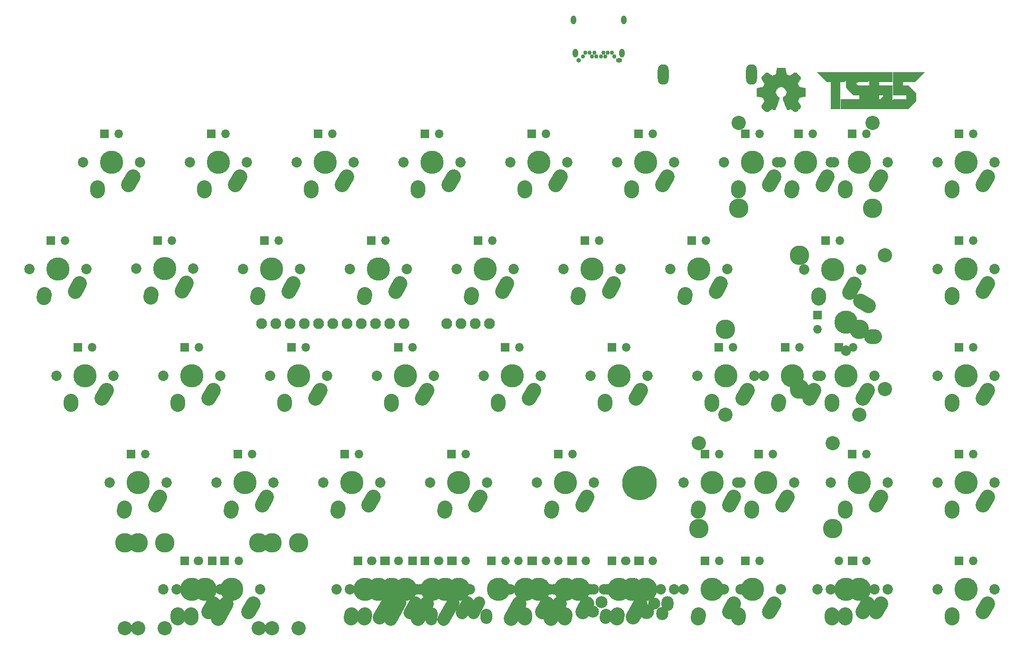
<source format=gbr>
G04 #@! TF.FileFunction,Soldermask,Top*
%FSLAX46Y46*%
G04 Gerber Fmt 4.6, Leading zero omitted, Abs format (unit mm)*
G04 Created by KiCad (PCBNEW 4.0.1-stable) date 2/1/2016 10:06:34 PM*
%MOMM*%
G01*
G04 APERTURE LIST*
%ADD10C,0.150000*%
%ADD11C,0.010000*%
%ADD12C,0.002540*%
%ADD13C,4.140210*%
%ADD14C,1.854210*%
%ADD15C,2.652400*%
%ADD16C,2.152400*%
%ADD17C,2.540000*%
%ADD18C,3.479800*%
%ADD19O,1.552400X1.552400*%
%ADD20R,1.552400X1.552400*%
%ADD21C,2.252400*%
%ADD22C,2.352400*%
%ADD23O,2.152400X2.652400*%
%ADD24O,2.152400X2.352400*%
%ADD25C,1.952400*%
%ADD26C,6.152400*%
%ADD27O,1.952400X3.652400*%
%ADD28O,0.952400X1.552400*%
%ADD29C,0.802400*%
%ADD30O,1.102400X0.802400*%
%ADD31C,0.752400*%
%ADD32C,2.152400*%
%ADD33C,2.652400*%
%ADD34C,2.452400*%
G04 APERTURE END LIST*
D10*
D11*
G36*
X169830320Y-30435360D02*
X167432560Y-30435360D01*
X167432560Y-31166880D01*
X169830320Y-31166880D01*
X169830320Y-32497840D01*
X169830378Y-32660521D01*
X169830547Y-32817499D01*
X169830822Y-32967585D01*
X169831194Y-33109589D01*
X169831657Y-33242325D01*
X169832204Y-33364602D01*
X169832828Y-33475233D01*
X169833522Y-33573030D01*
X169834279Y-33656804D01*
X169835092Y-33725366D01*
X169835955Y-33777528D01*
X169836860Y-33812102D01*
X169837800Y-33827899D01*
X169838086Y-33828800D01*
X169847397Y-33821938D01*
X169868568Y-33802868D01*
X169899202Y-33773856D01*
X169936900Y-33737174D01*
X169977639Y-33696720D01*
X170109426Y-33564640D01*
X172360160Y-33564640D01*
X172360160Y-32843280D01*
X169962400Y-32843280D01*
X169962400Y-28769120D01*
X175565593Y-28769120D01*
X174732519Y-29602240D01*
X173899446Y-30435360D01*
X171638800Y-30435360D01*
X171638800Y-31166880D01*
X172164608Y-31166879D01*
X172690417Y-31166879D01*
X173363488Y-31840008D01*
X174036560Y-32513136D01*
X174036559Y-33204017D01*
X174036559Y-33894897D01*
X173363431Y-34567968D01*
X172690303Y-35241040D01*
X165766161Y-35241040D01*
X165768633Y-32843280D01*
X167432560Y-32843280D01*
X167432560Y-33564640D01*
X167712129Y-33564640D01*
X167938104Y-33338497D01*
X168164080Y-33112354D01*
X168164080Y-32843280D01*
X167432560Y-32843280D01*
X165768633Y-32843280D01*
X165768780Y-32701204D01*
X165771400Y-30161369D01*
X165664720Y-30267252D01*
X165621065Y-30309981D01*
X165587327Y-30340978D01*
X165559433Y-30363248D01*
X165533309Y-30379795D01*
X165504884Y-30393626D01*
X165479035Y-30404247D01*
X165400031Y-30435359D01*
X164549289Y-30435359D01*
X163698548Y-30435360D01*
X163515879Y-30618240D01*
X163333211Y-30801119D01*
X163515880Y-30983999D01*
X163698548Y-31166880D01*
X165634240Y-31166880D01*
X165634240Y-35241040D01*
X160666000Y-35241040D01*
X160666000Y-33564640D01*
X163968000Y-33564640D01*
X163968000Y-32843280D01*
X163437111Y-32843280D01*
X162906222Y-32843279D01*
X162233002Y-32170002D01*
X161559781Y-31496724D01*
X161562470Y-30846662D01*
X161563076Y-30733099D01*
X161563915Y-30625215D01*
X161564956Y-30524783D01*
X161566169Y-30433575D01*
X161567522Y-30353363D01*
X161568984Y-30285919D01*
X161570525Y-30233015D01*
X161572115Y-30196423D01*
X161573721Y-30177916D01*
X161574140Y-30176280D01*
X161570163Y-30176740D01*
X161553848Y-30189833D01*
X161527172Y-30213772D01*
X161492116Y-30246772D01*
X161450657Y-30287045D01*
X161441929Y-30295660D01*
X161300736Y-30435360D01*
X160533920Y-30435360D01*
X160533920Y-35241040D01*
X158867680Y-35241040D01*
X158867680Y-30435360D01*
X158100553Y-30435360D01*
X157267479Y-29602240D01*
X156434406Y-28769120D01*
X169830320Y-28769120D01*
X169830320Y-30435360D01*
X169830320Y-30435360D01*
G37*
X169830320Y-30435360D02*
X167432560Y-30435360D01*
X167432560Y-31166880D01*
X169830320Y-31166880D01*
X169830320Y-32497840D01*
X169830378Y-32660521D01*
X169830547Y-32817499D01*
X169830822Y-32967585D01*
X169831194Y-33109589D01*
X169831657Y-33242325D01*
X169832204Y-33364602D01*
X169832828Y-33475233D01*
X169833522Y-33573030D01*
X169834279Y-33656804D01*
X169835092Y-33725366D01*
X169835955Y-33777528D01*
X169836860Y-33812102D01*
X169837800Y-33827899D01*
X169838086Y-33828800D01*
X169847397Y-33821938D01*
X169868568Y-33802868D01*
X169899202Y-33773856D01*
X169936900Y-33737174D01*
X169977639Y-33696720D01*
X170109426Y-33564640D01*
X172360160Y-33564640D01*
X172360160Y-32843280D01*
X169962400Y-32843280D01*
X169962400Y-28769120D01*
X175565593Y-28769120D01*
X174732519Y-29602240D01*
X173899446Y-30435360D01*
X171638800Y-30435360D01*
X171638800Y-31166880D01*
X172164608Y-31166879D01*
X172690417Y-31166879D01*
X173363488Y-31840008D01*
X174036560Y-32513136D01*
X174036559Y-33204017D01*
X174036559Y-33894897D01*
X173363431Y-34567968D01*
X172690303Y-35241040D01*
X165766161Y-35241040D01*
X165768633Y-32843280D01*
X167432560Y-32843280D01*
X167432560Y-33564640D01*
X167712129Y-33564640D01*
X167938104Y-33338497D01*
X168164080Y-33112354D01*
X168164080Y-32843280D01*
X167432560Y-32843280D01*
X165768633Y-32843280D01*
X165768780Y-32701204D01*
X165771400Y-30161369D01*
X165664720Y-30267252D01*
X165621065Y-30309981D01*
X165587327Y-30340978D01*
X165559433Y-30363248D01*
X165533309Y-30379795D01*
X165504884Y-30393626D01*
X165479035Y-30404247D01*
X165400031Y-30435359D01*
X164549289Y-30435359D01*
X163698548Y-30435360D01*
X163515879Y-30618240D01*
X163333211Y-30801119D01*
X163515880Y-30983999D01*
X163698548Y-31166880D01*
X165634240Y-31166880D01*
X165634240Y-35241040D01*
X160666000Y-35241040D01*
X160666000Y-33564640D01*
X163968000Y-33564640D01*
X163968000Y-32843280D01*
X163437111Y-32843280D01*
X162906222Y-32843279D01*
X162233002Y-32170002D01*
X161559781Y-31496724D01*
X161562470Y-30846662D01*
X161563076Y-30733099D01*
X161563915Y-30625215D01*
X161564956Y-30524783D01*
X161566169Y-30433575D01*
X161567522Y-30353363D01*
X161568984Y-30285919D01*
X161570525Y-30233015D01*
X161572115Y-30196423D01*
X161573721Y-30177916D01*
X161574140Y-30176280D01*
X161570163Y-30176740D01*
X161553848Y-30189833D01*
X161527172Y-30213772D01*
X161492116Y-30246772D01*
X161450657Y-30287045D01*
X161441929Y-30295660D01*
X161300736Y-30435360D01*
X160533920Y-30435360D01*
X160533920Y-35241040D01*
X158867680Y-35241040D01*
X158867680Y-30435360D01*
X158100553Y-30435360D01*
X157267479Y-29602240D01*
X156434406Y-28769120D01*
X169830320Y-28769120D01*
X169830320Y-30435360D01*
D12*
G36*
X154330700Y-32492760D02*
X154330700Y-32629920D01*
X154330700Y-32741680D01*
X154328160Y-32830580D01*
X154328160Y-32901700D01*
X154325620Y-32955040D01*
X154323080Y-32993140D01*
X154320540Y-33021080D01*
X154315460Y-33036320D01*
X154310380Y-33041400D01*
X154292600Y-33049020D01*
X154249420Y-33059180D01*
X154185920Y-33074420D01*
X154104640Y-33089660D01*
X154008120Y-33109980D01*
X153898900Y-33130300D01*
X153784600Y-33153160D01*
X153657600Y-33176020D01*
X153543300Y-33198880D01*
X153444240Y-33219200D01*
X153362960Y-33236980D01*
X153302000Y-33249680D01*
X153266440Y-33259840D01*
X153256280Y-33264920D01*
X153246120Y-33282700D01*
X153225800Y-33320800D01*
X153200400Y-33379220D01*
X153169920Y-33447800D01*
X153136900Y-33524000D01*
X153103880Y-33607820D01*
X153070860Y-33689100D01*
X153040380Y-33765300D01*
X153014980Y-33833880D01*
X152994660Y-33889760D01*
X152981960Y-33927860D01*
X152979420Y-33943100D01*
X152987040Y-33955800D01*
X153009900Y-33991360D01*
X153045460Y-34044700D01*
X153091180Y-34110740D01*
X153144520Y-34189480D01*
X153202940Y-34275840D01*
X153241040Y-34329180D01*
X153497580Y-34705100D01*
X153497580Y-34872740D01*
X153497580Y-35040380D01*
X153106420Y-35431540D01*
X152715260Y-35822700D01*
X152550160Y-35822700D01*
X152387600Y-35822700D01*
X152016760Y-35568700D01*
X151648460Y-35314700D01*
X151529080Y-35378200D01*
X151412240Y-35444240D01*
X151239520Y-35439160D01*
X151066800Y-35434080D01*
X150688340Y-34524760D01*
X150309880Y-33615440D01*
X150309880Y-33470660D01*
X150309880Y-33407160D01*
X150312420Y-33353820D01*
X150314960Y-33318260D01*
X150317500Y-33305560D01*
X150332740Y-33287780D01*
X150365760Y-33259840D01*
X150411480Y-33224280D01*
X150454660Y-33193800D01*
X150571500Y-33107440D01*
X150668020Y-33026160D01*
X150746760Y-32944880D01*
X150812800Y-32858520D01*
X150871220Y-32759460D01*
X150909320Y-32685800D01*
X150967740Y-32553720D01*
X151000760Y-32434340D01*
X151008380Y-32325120D01*
X151003300Y-32256540D01*
X150957580Y-32091440D01*
X150886460Y-31936500D01*
X150795020Y-31791720D01*
X150678180Y-31659640D01*
X150543560Y-31545340D01*
X150393700Y-31451360D01*
X150373380Y-31441200D01*
X150266700Y-31392940D01*
X150162560Y-31359920D01*
X150063500Y-31339600D01*
X150005080Y-31334520D01*
X149898400Y-31347220D01*
X149779020Y-31380240D01*
X149654560Y-31433580D01*
X149532640Y-31504700D01*
X149418340Y-31588520D01*
X149314200Y-31682500D01*
X149248160Y-31753620D01*
X149187200Y-31842520D01*
X149126240Y-31949200D01*
X149075440Y-32063500D01*
X149034800Y-32172720D01*
X149024640Y-32208280D01*
X149011940Y-32281940D01*
X149006860Y-32350520D01*
X149011940Y-32416560D01*
X149032260Y-32492760D01*
X149062740Y-32586740D01*
X149070360Y-32607060D01*
X149144020Y-32762000D01*
X149240540Y-32904240D01*
X149362460Y-33036320D01*
X149507240Y-33155700D01*
X149606300Y-33224280D01*
X149646940Y-33252220D01*
X149679960Y-33275080D01*
X149695200Y-33287780D01*
X149697740Y-33308100D01*
X149702820Y-33351280D01*
X149702820Y-33407160D01*
X149705360Y-33460500D01*
X149705360Y-33615440D01*
X149337060Y-34499360D01*
X149276100Y-34651760D01*
X149217680Y-34794000D01*
X149161800Y-34928620D01*
X149111000Y-35050540D01*
X149065280Y-35157220D01*
X149027180Y-35248660D01*
X148996700Y-35324860D01*
X148973840Y-35378200D01*
X148958600Y-35408680D01*
X148956060Y-35413760D01*
X148948440Y-35426460D01*
X148933200Y-35434080D01*
X148907800Y-35439160D01*
X148867160Y-35441700D01*
X148806200Y-35441700D01*
X148775720Y-35441700D01*
X148608080Y-35441700D01*
X148488700Y-35378200D01*
X148369320Y-35314700D01*
X148138180Y-35474720D01*
X148054360Y-35530600D01*
X147968000Y-35591560D01*
X147884180Y-35647440D01*
X147813060Y-35695700D01*
X147767340Y-35728720D01*
X147627640Y-35822700D01*
X147462540Y-35822700D01*
X147299980Y-35822700D01*
X146906280Y-35431540D01*
X146515120Y-35040380D01*
X146515120Y-34875280D01*
X146515120Y-34804160D01*
X146517660Y-34755900D01*
X146522740Y-34720340D01*
X146530360Y-34694940D01*
X146545600Y-34669540D01*
X146563380Y-34644140D01*
X146583700Y-34613660D01*
X146616720Y-34562860D01*
X146662440Y-34496820D01*
X146713240Y-34420620D01*
X146771660Y-34336800D01*
X146822460Y-34260600D01*
X146880880Y-34176780D01*
X146931680Y-34100580D01*
X146974860Y-34034540D01*
X147007880Y-33981200D01*
X147030740Y-33945640D01*
X147038360Y-33930400D01*
X147033280Y-33912620D01*
X147018040Y-33871980D01*
X146997720Y-33813560D01*
X146967240Y-33739900D01*
X146934220Y-33656080D01*
X146908820Y-33590040D01*
X146865640Y-33480820D01*
X146830080Y-33397000D01*
X146802140Y-33333500D01*
X146779280Y-33290320D01*
X146764040Y-33264920D01*
X146751340Y-33254760D01*
X146728480Y-33249680D01*
X146685300Y-33239520D01*
X146619260Y-33226820D01*
X146535440Y-33209040D01*
X146436380Y-33191260D01*
X146327160Y-33168400D01*
X146220480Y-33150620D01*
X146106180Y-33127760D01*
X145996960Y-33107440D01*
X145902980Y-33087120D01*
X145821700Y-33071880D01*
X145758200Y-33056640D01*
X145717560Y-33046480D01*
X145702320Y-33041400D01*
X145697240Y-33033780D01*
X145694700Y-33016000D01*
X145692160Y-32985520D01*
X145689620Y-32942340D01*
X145687080Y-32883920D01*
X145684540Y-32805180D01*
X145684540Y-32708660D01*
X145684540Y-32589280D01*
X145682000Y-32441960D01*
X145682000Y-32330200D01*
X145682000Y-31634240D01*
X145715020Y-31616460D01*
X145735340Y-31608840D01*
X145781060Y-31596140D01*
X145847100Y-31583440D01*
X145930920Y-31565660D01*
X146029980Y-31545340D01*
X146141740Y-31525020D01*
X146258580Y-31502160D01*
X146261120Y-31502160D01*
X146377960Y-31479300D01*
X146487180Y-31458980D01*
X146586240Y-31438660D01*
X146667520Y-31420880D01*
X146731020Y-31408180D01*
X146774200Y-31395480D01*
X146794520Y-31390400D01*
X146794520Y-31390400D01*
X146804680Y-31372620D01*
X146822460Y-31334520D01*
X146847860Y-31278640D01*
X146880880Y-31210060D01*
X146913900Y-31133860D01*
X146946920Y-31055120D01*
X146982480Y-30978920D01*
X147012960Y-30907800D01*
X147038360Y-30844300D01*
X147056140Y-30798580D01*
X147066300Y-30770640D01*
X147066300Y-30768100D01*
X147058680Y-30752860D01*
X147035820Y-30717300D01*
X147002800Y-30663960D01*
X146957080Y-30595380D01*
X146903740Y-30516640D01*
X146842780Y-30427740D01*
X146791980Y-30351540D01*
X146515120Y-29950220D01*
X146515120Y-29787660D01*
X146515120Y-29625100D01*
X146906280Y-29231400D01*
X147297440Y-28840240D01*
X147465080Y-28840240D01*
X147632720Y-28840240D01*
X147988320Y-29084080D01*
X148079760Y-29145040D01*
X148166120Y-29206000D01*
X148244860Y-29259340D01*
X148310900Y-29305060D01*
X148361700Y-29340620D01*
X148394720Y-29363480D01*
X148399800Y-29366020D01*
X148458220Y-29406660D01*
X148724920Y-29297440D01*
X148829060Y-29256800D01*
X148907800Y-29223780D01*
X148968760Y-29198380D01*
X149011940Y-29178060D01*
X149039880Y-29162820D01*
X149057660Y-29150120D01*
X149070360Y-29139960D01*
X149075440Y-29127260D01*
X149075440Y-29124720D01*
X149080520Y-29104400D01*
X149090680Y-29058680D01*
X149103380Y-28995180D01*
X149118620Y-28911360D01*
X149138940Y-28812300D01*
X149159260Y-28703080D01*
X149179580Y-28583700D01*
X149182120Y-28571000D01*
X149204980Y-28454160D01*
X149227840Y-28342400D01*
X149245620Y-28243340D01*
X149263400Y-28159520D01*
X149278640Y-28093480D01*
X149288800Y-28047760D01*
X149296420Y-28027440D01*
X149296420Y-28027440D01*
X149304040Y-28022360D01*
X149321820Y-28019820D01*
X149347220Y-28014740D01*
X149387860Y-28012200D01*
X149443740Y-28012200D01*
X149517400Y-28009660D01*
X149608840Y-28009660D01*
X149723140Y-28007120D01*
X149862840Y-28007120D01*
X150005080Y-28007120D01*
X150142240Y-28007120D01*
X150271780Y-28009660D01*
X150388620Y-28009660D01*
X150492760Y-28012200D01*
X150581660Y-28012200D01*
X150647700Y-28014740D01*
X150693420Y-28017280D01*
X150716280Y-28019820D01*
X150716280Y-28019820D01*
X150723900Y-28037600D01*
X150734060Y-28078240D01*
X150749300Y-28146820D01*
X150769620Y-28233180D01*
X150789940Y-28342400D01*
X150815340Y-28469400D01*
X150833120Y-28565920D01*
X150855980Y-28685300D01*
X150876300Y-28799600D01*
X150896620Y-28901200D01*
X150911860Y-28987560D01*
X150927100Y-29056140D01*
X150937260Y-29104400D01*
X150942340Y-29129800D01*
X150942340Y-29129800D01*
X150955040Y-29145040D01*
X150985520Y-29162820D01*
X151031240Y-29185680D01*
X151099820Y-29216160D01*
X151188720Y-29256800D01*
X151254760Y-29282200D01*
X151351280Y-29322840D01*
X151424940Y-29350780D01*
X151478280Y-29373640D01*
X151518920Y-29386340D01*
X151544320Y-29391420D01*
X151564640Y-29393960D01*
X151577340Y-29388880D01*
X151590040Y-29383800D01*
X151592580Y-29381260D01*
X151612900Y-29368560D01*
X151653540Y-29340620D01*
X151709420Y-29299980D01*
X151783080Y-29251720D01*
X151864360Y-29195840D01*
X151955800Y-29134880D01*
X152006600Y-29099320D01*
X152382520Y-28840240D01*
X152550160Y-28840240D01*
X152715260Y-28840240D01*
X153106420Y-29231400D01*
X153497580Y-29622560D01*
X153497580Y-29790200D01*
X153497580Y-29957840D01*
X153220720Y-30359160D01*
X152943860Y-30760480D01*
X153075940Y-31072900D01*
X153116580Y-31161800D01*
X153152140Y-31243080D01*
X153185160Y-31309120D01*
X153210560Y-31359920D01*
X153228340Y-31390400D01*
X153233420Y-31395480D01*
X153253740Y-31400560D01*
X153296920Y-31410720D01*
X153360420Y-31425960D01*
X153444240Y-31441200D01*
X153543300Y-31461520D01*
X153652520Y-31481840D01*
X153769360Y-31504700D01*
X153782060Y-31507240D01*
X153919220Y-31532640D01*
X154038600Y-31555500D01*
X154137660Y-31575820D01*
X154218940Y-31593600D01*
X154277360Y-31608840D01*
X154310380Y-31619000D01*
X154318000Y-31624080D01*
X154320540Y-31639320D01*
X154323080Y-31682500D01*
X154325620Y-31748540D01*
X154328160Y-31834900D01*
X154328160Y-31936500D01*
X154330700Y-32050800D01*
X154330700Y-32177800D01*
X154330700Y-32314960D01*
X154330700Y-32332740D01*
X154330700Y-32492760D01*
X154330700Y-32492760D01*
X154330700Y-32492760D01*
G37*
X154330700Y-32492760D02*
X154330700Y-32629920D01*
X154330700Y-32741680D01*
X154328160Y-32830580D01*
X154328160Y-32901700D01*
X154325620Y-32955040D01*
X154323080Y-32993140D01*
X154320540Y-33021080D01*
X154315460Y-33036320D01*
X154310380Y-33041400D01*
X154292600Y-33049020D01*
X154249420Y-33059180D01*
X154185920Y-33074420D01*
X154104640Y-33089660D01*
X154008120Y-33109980D01*
X153898900Y-33130300D01*
X153784600Y-33153160D01*
X153657600Y-33176020D01*
X153543300Y-33198880D01*
X153444240Y-33219200D01*
X153362960Y-33236980D01*
X153302000Y-33249680D01*
X153266440Y-33259840D01*
X153256280Y-33264920D01*
X153246120Y-33282700D01*
X153225800Y-33320800D01*
X153200400Y-33379220D01*
X153169920Y-33447800D01*
X153136900Y-33524000D01*
X153103880Y-33607820D01*
X153070860Y-33689100D01*
X153040380Y-33765300D01*
X153014980Y-33833880D01*
X152994660Y-33889760D01*
X152981960Y-33927860D01*
X152979420Y-33943100D01*
X152987040Y-33955800D01*
X153009900Y-33991360D01*
X153045460Y-34044700D01*
X153091180Y-34110740D01*
X153144520Y-34189480D01*
X153202940Y-34275840D01*
X153241040Y-34329180D01*
X153497580Y-34705100D01*
X153497580Y-34872740D01*
X153497580Y-35040380D01*
X153106420Y-35431540D01*
X152715260Y-35822700D01*
X152550160Y-35822700D01*
X152387600Y-35822700D01*
X152016760Y-35568700D01*
X151648460Y-35314700D01*
X151529080Y-35378200D01*
X151412240Y-35444240D01*
X151239520Y-35439160D01*
X151066800Y-35434080D01*
X150688340Y-34524760D01*
X150309880Y-33615440D01*
X150309880Y-33470660D01*
X150309880Y-33407160D01*
X150312420Y-33353820D01*
X150314960Y-33318260D01*
X150317500Y-33305560D01*
X150332740Y-33287780D01*
X150365760Y-33259840D01*
X150411480Y-33224280D01*
X150454660Y-33193800D01*
X150571500Y-33107440D01*
X150668020Y-33026160D01*
X150746760Y-32944880D01*
X150812800Y-32858520D01*
X150871220Y-32759460D01*
X150909320Y-32685800D01*
X150967740Y-32553720D01*
X151000760Y-32434340D01*
X151008380Y-32325120D01*
X151003300Y-32256540D01*
X150957580Y-32091440D01*
X150886460Y-31936500D01*
X150795020Y-31791720D01*
X150678180Y-31659640D01*
X150543560Y-31545340D01*
X150393700Y-31451360D01*
X150373380Y-31441200D01*
X150266700Y-31392940D01*
X150162560Y-31359920D01*
X150063500Y-31339600D01*
X150005080Y-31334520D01*
X149898400Y-31347220D01*
X149779020Y-31380240D01*
X149654560Y-31433580D01*
X149532640Y-31504700D01*
X149418340Y-31588520D01*
X149314200Y-31682500D01*
X149248160Y-31753620D01*
X149187200Y-31842520D01*
X149126240Y-31949200D01*
X149075440Y-32063500D01*
X149034800Y-32172720D01*
X149024640Y-32208280D01*
X149011940Y-32281940D01*
X149006860Y-32350520D01*
X149011940Y-32416560D01*
X149032260Y-32492760D01*
X149062740Y-32586740D01*
X149070360Y-32607060D01*
X149144020Y-32762000D01*
X149240540Y-32904240D01*
X149362460Y-33036320D01*
X149507240Y-33155700D01*
X149606300Y-33224280D01*
X149646940Y-33252220D01*
X149679960Y-33275080D01*
X149695200Y-33287780D01*
X149697740Y-33308100D01*
X149702820Y-33351280D01*
X149702820Y-33407160D01*
X149705360Y-33460500D01*
X149705360Y-33615440D01*
X149337060Y-34499360D01*
X149276100Y-34651760D01*
X149217680Y-34794000D01*
X149161800Y-34928620D01*
X149111000Y-35050540D01*
X149065280Y-35157220D01*
X149027180Y-35248660D01*
X148996700Y-35324860D01*
X148973840Y-35378200D01*
X148958600Y-35408680D01*
X148956060Y-35413760D01*
X148948440Y-35426460D01*
X148933200Y-35434080D01*
X148907800Y-35439160D01*
X148867160Y-35441700D01*
X148806200Y-35441700D01*
X148775720Y-35441700D01*
X148608080Y-35441700D01*
X148488700Y-35378200D01*
X148369320Y-35314700D01*
X148138180Y-35474720D01*
X148054360Y-35530600D01*
X147968000Y-35591560D01*
X147884180Y-35647440D01*
X147813060Y-35695700D01*
X147767340Y-35728720D01*
X147627640Y-35822700D01*
X147462540Y-35822700D01*
X147299980Y-35822700D01*
X146906280Y-35431540D01*
X146515120Y-35040380D01*
X146515120Y-34875280D01*
X146515120Y-34804160D01*
X146517660Y-34755900D01*
X146522740Y-34720340D01*
X146530360Y-34694940D01*
X146545600Y-34669540D01*
X146563380Y-34644140D01*
X146583700Y-34613660D01*
X146616720Y-34562860D01*
X146662440Y-34496820D01*
X146713240Y-34420620D01*
X146771660Y-34336800D01*
X146822460Y-34260600D01*
X146880880Y-34176780D01*
X146931680Y-34100580D01*
X146974860Y-34034540D01*
X147007880Y-33981200D01*
X147030740Y-33945640D01*
X147038360Y-33930400D01*
X147033280Y-33912620D01*
X147018040Y-33871980D01*
X146997720Y-33813560D01*
X146967240Y-33739900D01*
X146934220Y-33656080D01*
X146908820Y-33590040D01*
X146865640Y-33480820D01*
X146830080Y-33397000D01*
X146802140Y-33333500D01*
X146779280Y-33290320D01*
X146764040Y-33264920D01*
X146751340Y-33254760D01*
X146728480Y-33249680D01*
X146685300Y-33239520D01*
X146619260Y-33226820D01*
X146535440Y-33209040D01*
X146436380Y-33191260D01*
X146327160Y-33168400D01*
X146220480Y-33150620D01*
X146106180Y-33127760D01*
X145996960Y-33107440D01*
X145902980Y-33087120D01*
X145821700Y-33071880D01*
X145758200Y-33056640D01*
X145717560Y-33046480D01*
X145702320Y-33041400D01*
X145697240Y-33033780D01*
X145694700Y-33016000D01*
X145692160Y-32985520D01*
X145689620Y-32942340D01*
X145687080Y-32883920D01*
X145684540Y-32805180D01*
X145684540Y-32708660D01*
X145684540Y-32589280D01*
X145682000Y-32441960D01*
X145682000Y-32330200D01*
X145682000Y-31634240D01*
X145715020Y-31616460D01*
X145735340Y-31608840D01*
X145781060Y-31596140D01*
X145847100Y-31583440D01*
X145930920Y-31565660D01*
X146029980Y-31545340D01*
X146141740Y-31525020D01*
X146258580Y-31502160D01*
X146261120Y-31502160D01*
X146377960Y-31479300D01*
X146487180Y-31458980D01*
X146586240Y-31438660D01*
X146667520Y-31420880D01*
X146731020Y-31408180D01*
X146774200Y-31395480D01*
X146794520Y-31390400D01*
X146794520Y-31390400D01*
X146804680Y-31372620D01*
X146822460Y-31334520D01*
X146847860Y-31278640D01*
X146880880Y-31210060D01*
X146913900Y-31133860D01*
X146946920Y-31055120D01*
X146982480Y-30978920D01*
X147012960Y-30907800D01*
X147038360Y-30844300D01*
X147056140Y-30798580D01*
X147066300Y-30770640D01*
X147066300Y-30768100D01*
X147058680Y-30752860D01*
X147035820Y-30717300D01*
X147002800Y-30663960D01*
X146957080Y-30595380D01*
X146903740Y-30516640D01*
X146842780Y-30427740D01*
X146791980Y-30351540D01*
X146515120Y-29950220D01*
X146515120Y-29787660D01*
X146515120Y-29625100D01*
X146906280Y-29231400D01*
X147297440Y-28840240D01*
X147465080Y-28840240D01*
X147632720Y-28840240D01*
X147988320Y-29084080D01*
X148079760Y-29145040D01*
X148166120Y-29206000D01*
X148244860Y-29259340D01*
X148310900Y-29305060D01*
X148361700Y-29340620D01*
X148394720Y-29363480D01*
X148399800Y-29366020D01*
X148458220Y-29406660D01*
X148724920Y-29297440D01*
X148829060Y-29256800D01*
X148907800Y-29223780D01*
X148968760Y-29198380D01*
X149011940Y-29178060D01*
X149039880Y-29162820D01*
X149057660Y-29150120D01*
X149070360Y-29139960D01*
X149075440Y-29127260D01*
X149075440Y-29124720D01*
X149080520Y-29104400D01*
X149090680Y-29058680D01*
X149103380Y-28995180D01*
X149118620Y-28911360D01*
X149138940Y-28812300D01*
X149159260Y-28703080D01*
X149179580Y-28583700D01*
X149182120Y-28571000D01*
X149204980Y-28454160D01*
X149227840Y-28342400D01*
X149245620Y-28243340D01*
X149263400Y-28159520D01*
X149278640Y-28093480D01*
X149288800Y-28047760D01*
X149296420Y-28027440D01*
X149296420Y-28027440D01*
X149304040Y-28022360D01*
X149321820Y-28019820D01*
X149347220Y-28014740D01*
X149387860Y-28012200D01*
X149443740Y-28012200D01*
X149517400Y-28009660D01*
X149608840Y-28009660D01*
X149723140Y-28007120D01*
X149862840Y-28007120D01*
X150005080Y-28007120D01*
X150142240Y-28007120D01*
X150271780Y-28009660D01*
X150388620Y-28009660D01*
X150492760Y-28012200D01*
X150581660Y-28012200D01*
X150647700Y-28014740D01*
X150693420Y-28017280D01*
X150716280Y-28019820D01*
X150716280Y-28019820D01*
X150723900Y-28037600D01*
X150734060Y-28078240D01*
X150749300Y-28146820D01*
X150769620Y-28233180D01*
X150789940Y-28342400D01*
X150815340Y-28469400D01*
X150833120Y-28565920D01*
X150855980Y-28685300D01*
X150876300Y-28799600D01*
X150896620Y-28901200D01*
X150911860Y-28987560D01*
X150927100Y-29056140D01*
X150937260Y-29104400D01*
X150942340Y-29129800D01*
X150942340Y-29129800D01*
X150955040Y-29145040D01*
X150985520Y-29162820D01*
X151031240Y-29185680D01*
X151099820Y-29216160D01*
X151188720Y-29256800D01*
X151254760Y-29282200D01*
X151351280Y-29322840D01*
X151424940Y-29350780D01*
X151478280Y-29373640D01*
X151518920Y-29386340D01*
X151544320Y-29391420D01*
X151564640Y-29393960D01*
X151577340Y-29388880D01*
X151590040Y-29383800D01*
X151592580Y-29381260D01*
X151612900Y-29368560D01*
X151653540Y-29340620D01*
X151709420Y-29299980D01*
X151783080Y-29251720D01*
X151864360Y-29195840D01*
X151955800Y-29134880D01*
X152006600Y-29099320D01*
X152382520Y-28840240D01*
X152550160Y-28840240D01*
X152715260Y-28840240D01*
X153106420Y-29231400D01*
X153497580Y-29622560D01*
X153497580Y-29790200D01*
X153497580Y-29957840D01*
X153220720Y-30359160D01*
X152943860Y-30760480D01*
X153075940Y-31072900D01*
X153116580Y-31161800D01*
X153152140Y-31243080D01*
X153185160Y-31309120D01*
X153210560Y-31359920D01*
X153228340Y-31390400D01*
X153233420Y-31395480D01*
X153253740Y-31400560D01*
X153296920Y-31410720D01*
X153360420Y-31425960D01*
X153444240Y-31441200D01*
X153543300Y-31461520D01*
X153652520Y-31481840D01*
X153769360Y-31504700D01*
X153782060Y-31507240D01*
X153919220Y-31532640D01*
X154038600Y-31555500D01*
X154137660Y-31575820D01*
X154218940Y-31593600D01*
X154277360Y-31608840D01*
X154310380Y-31619000D01*
X154318000Y-31624080D01*
X154320540Y-31639320D01*
X154323080Y-31682500D01*
X154325620Y-31748540D01*
X154328160Y-31834900D01*
X154328160Y-31936500D01*
X154330700Y-32050800D01*
X154330700Y-32177800D01*
X154330700Y-32314960D01*
X154330700Y-32332740D01*
X154330700Y-32492760D01*
X154330700Y-32492760D01*
D13*
X104426000Y-121031000D03*
D14*
X109506000Y-121031000D03*
D15*
X107425547Y-125030954D02*
X108236453Y-123571046D01*
D13*
X99663000Y-121031000D03*
D14*
X94583000Y-121031000D03*
D15*
X101827641Y-126211294D02*
X103284359Y-123588706D01*
D16*
X97423276Y-126110328D02*
X97462724Y-125531672D01*
D13*
X111570000Y-121031000D03*
D14*
X116650000Y-121031000D03*
D15*
X114569547Y-125030954D02*
X115380453Y-123571046D01*
D13*
X44895000Y-121031000D03*
D14*
X49975000Y-121031000D03*
X39815000Y-121031000D03*
D15*
X47894547Y-125030954D02*
X48705453Y-123571046D01*
X42355276Y-126110328D02*
X42394724Y-125531672D01*
D17*
X56833000Y-128016000D03*
X32957000Y-128016000D03*
D18*
X56833000Y-112776000D03*
X32957000Y-112776000D03*
D17*
X63976000Y-128016000D03*
X40100000Y-128016000D03*
D18*
X63976000Y-112776000D03*
X40100000Y-112776000D03*
D19*
X77121000Y-115951000D03*
D20*
X74581000Y-115951000D03*
D19*
X76962000Y-115951000D03*
D20*
X79502000Y-115951000D03*
D19*
X81725000Y-115951000D03*
D20*
X84265000Y-115951000D03*
D19*
X46165000Y-115951000D03*
D20*
X43625000Y-115951000D03*
D13*
X87757000Y-121031000D03*
D21*
X89836526Y-126386134D02*
X91487474Y-123413866D01*
D13*
X78232000Y-121031000D03*
D14*
X73152000Y-121031000D03*
D22*
X80435805Y-126342424D02*
X82038195Y-123457576D01*
D15*
X75692276Y-126110328D02*
X75731724Y-125531672D01*
D13*
X92519000Y-121031000D03*
D16*
X95097154Y-125249503D02*
X96150846Y-123352497D01*
D19*
X100933000Y-115951000D03*
D20*
X98393000Y-115951000D03*
D19*
X122364000Y-115951000D03*
D20*
X119824000Y-115951000D03*
D19*
X122206000Y-115951000D03*
D20*
X124746000Y-115951000D03*
D13*
X125857000Y-121031000D03*
D14*
X130937000Y-121031000D03*
D23*
X129775000Y-123571000D03*
D24*
X128800000Y-125400000D03*
D13*
X121094000Y-121031000D03*
D14*
X116014000Y-121031000D03*
D15*
X123550760Y-125967052D02*
X124847240Y-123632948D01*
D16*
X118680276Y-126110328D02*
X118719724Y-125531672D01*
D19*
X139033000Y-115951000D03*
D20*
X136493000Y-115951000D03*
D13*
X137763000Y-121031000D03*
D14*
X142843000Y-121031000D03*
X132683000Y-121031000D03*
D15*
X140762547Y-125030954D02*
X141573453Y-123571046D01*
X135223276Y-126110328D02*
X135262724Y-125531672D01*
D19*
X160306000Y-115951000D03*
D20*
X162846000Y-115951000D03*
D13*
X161576000Y-121031000D03*
D14*
X166656000Y-121031000D03*
X156496000Y-121031000D03*
D15*
X164575547Y-125030954D02*
X165386453Y-123571046D01*
X159036276Y-126110328D02*
X159075724Y-125531672D01*
D13*
X52038000Y-121031000D03*
D14*
X57118000Y-121031000D03*
D15*
X55037547Y-125030954D02*
X55848453Y-123571046D01*
D13*
X106807000Y-121031000D03*
D14*
X101727000Y-121031000D03*
D15*
X108971641Y-126211294D02*
X110428359Y-123588706D01*
X104267276Y-126110328D02*
X104306724Y-125531672D01*
D13*
X106807000Y-44831000D03*
D14*
X111887000Y-44831000D03*
X101727000Y-44831000D03*
D15*
X109806547Y-48830954D02*
X110617453Y-47371046D01*
X104267276Y-49910328D02*
X104306724Y-49331672D01*
D13*
X78232000Y-63881000D03*
D14*
X83312000Y-63881000D03*
X73152000Y-63881000D03*
D15*
X81231547Y-67880954D02*
X82042453Y-66421046D01*
X75692276Y-68960328D02*
X75731724Y-68381672D01*
D13*
X90138000Y-121031000D03*
D14*
X85058000Y-121031000D03*
D21*
X93140432Y-125205793D02*
X94145568Y-123396207D01*
D16*
X87581272Y-126359750D02*
X87654728Y-125282250D01*
D17*
X59214000Y-128016000D03*
X35338000Y-128016000D03*
D18*
X59214000Y-112776000D03*
X35338000Y-112776000D03*
D13*
X21082000Y-63881000D03*
D14*
X26162000Y-63881000D03*
X16002000Y-63881000D03*
D15*
X24081547Y-67880954D02*
X24892453Y-66421046D01*
X18542276Y-68960328D02*
X18581724Y-68381672D01*
D13*
X87757000Y-44831000D03*
D14*
X92837000Y-44831000D03*
X82677000Y-44831000D03*
D15*
X90756547Y-48830954D02*
X91567453Y-47371046D01*
X85217276Y-49910328D02*
X85256724Y-49331672D01*
D13*
X125857000Y-44831000D03*
D14*
X130937000Y-44831000D03*
X120777000Y-44831000D03*
D15*
X128856547Y-48830954D02*
X129667453Y-47371046D01*
X123317276Y-49910328D02*
X123356724Y-49331672D01*
D19*
X184277000Y-58801000D03*
D20*
X181737000Y-58801000D03*
D13*
X163957000Y-101981000D03*
D14*
X169037000Y-101981000D03*
X158877000Y-101981000D03*
D15*
X166956547Y-105980954D02*
X167767453Y-104521046D01*
X161417276Y-107060328D02*
X161456724Y-106481672D01*
D13*
X137763000Y-101981000D03*
D14*
X142843000Y-101981000D03*
X132683000Y-101981000D03*
D15*
X140762547Y-105980954D02*
X141573453Y-104521046D01*
X135223276Y-107060328D02*
X135262724Y-106481672D01*
D13*
X111570000Y-101981000D03*
D14*
X116650000Y-101981000D03*
X106490000Y-101981000D03*
D15*
X114569547Y-105980954D02*
X115380453Y-104521046D01*
X109030276Y-107060328D02*
X109069724Y-106481672D01*
D13*
X54420000Y-101981000D03*
D14*
X59500000Y-101981000D03*
X49340000Y-101981000D03*
D15*
X57419547Y-105980954D02*
X58230453Y-104521046D01*
X51880276Y-107060328D02*
X51919724Y-106481672D01*
D13*
X35370000Y-101981000D03*
D14*
X40450000Y-101981000D03*
X30290000Y-101981000D03*
D15*
X38369547Y-105980954D02*
X39180453Y-104521046D01*
X32830276Y-107060328D02*
X32869724Y-106481672D01*
D13*
X73469000Y-101981000D03*
D14*
X78549000Y-101981000D03*
X68389000Y-101981000D03*
D15*
X76468547Y-105980954D02*
X77279453Y-104521046D01*
X70929276Y-107060328D02*
X70968724Y-106481672D01*
D13*
X92519000Y-101981000D03*
D14*
X97599000Y-101981000D03*
X87439000Y-101981000D03*
D15*
X95518547Y-105980954D02*
X96329453Y-104521046D01*
X89979276Y-107060328D02*
X90018724Y-106481672D01*
D13*
X44895000Y-82931000D03*
D14*
X49975000Y-82931000D03*
X39815000Y-82931000D03*
D15*
X47894547Y-86930954D02*
X48705453Y-85471046D01*
X42355276Y-88010328D02*
X42394724Y-87431672D01*
D13*
X63945000Y-82931000D03*
D14*
X69025000Y-82931000D03*
X58865000Y-82931000D03*
D15*
X66944547Y-86930954D02*
X67755453Y-85471046D01*
X61405276Y-88010328D02*
X61444724Y-87431672D01*
D13*
X82995000Y-82931000D03*
D14*
X88075000Y-82931000D03*
X77915000Y-82931000D03*
D15*
X85994547Y-86930954D02*
X86805453Y-85471046D01*
X80455276Y-88010328D02*
X80494724Y-87431672D01*
D13*
X121094000Y-82931000D03*
D14*
X126174000Y-82931000D03*
X116014000Y-82931000D03*
D15*
X124093547Y-86930954D02*
X124904453Y-85471046D01*
X118554276Y-88010328D02*
X118593724Y-87431672D01*
D13*
X59182000Y-63881000D03*
D14*
X64262000Y-63881000D03*
X54102000Y-63881000D03*
D15*
X62181547Y-67880954D02*
X62992453Y-66421046D01*
X56642276Y-68960328D02*
X56681724Y-68381672D01*
D13*
X97282000Y-63881000D03*
D14*
X102362000Y-63881000D03*
X92202000Y-63881000D03*
D15*
X100281547Y-67880954D02*
X101092453Y-66421046D01*
X94742276Y-68960328D02*
X94781724Y-68381672D01*
D13*
X144907000Y-44831000D03*
D14*
X149987000Y-44831000D03*
X139827000Y-44831000D03*
D15*
X147906547Y-48830954D02*
X148717453Y-47371046D01*
X142367276Y-49910328D02*
X142406724Y-49331672D01*
D13*
X116332000Y-63881000D03*
D14*
X121412000Y-63881000D03*
X111252000Y-63881000D03*
D15*
X119331547Y-67880954D02*
X120142453Y-66421046D01*
X113792276Y-68960328D02*
X113831724Y-68381672D01*
D13*
X30607000Y-44831000D03*
D14*
X35687000Y-44831000D03*
X25527000Y-44831000D03*
D15*
X33606547Y-48830954D02*
X34417453Y-47371046D01*
X28067276Y-49910328D02*
X28106724Y-49331672D01*
D13*
X49657000Y-44831000D03*
D14*
X54737000Y-44831000D03*
X44577000Y-44831000D03*
D15*
X52656547Y-48830954D02*
X53467453Y-47371046D01*
X47117276Y-49910328D02*
X47156724Y-49331672D01*
D13*
X68707000Y-44831000D03*
D14*
X73787000Y-44831000D03*
X63627000Y-44831000D03*
D15*
X71706547Y-48830954D02*
X72517453Y-47371046D01*
X66167276Y-49910328D02*
X66206724Y-49331672D01*
D19*
X122364000Y-77851000D03*
D20*
X119824000Y-77851000D03*
D19*
X65215000Y-77851000D03*
D20*
X62675000Y-77851000D03*
D19*
X136652000Y-58801000D03*
D20*
X134112000Y-58801000D03*
D19*
X79502000Y-58801000D03*
D20*
X76962000Y-58801000D03*
D19*
X146177000Y-39751000D03*
D20*
X143637000Y-39751000D03*
D19*
X89027000Y-39751000D03*
D20*
X86487000Y-39751000D03*
D19*
X165227000Y-115951000D03*
D20*
X162687000Y-115951000D03*
D19*
X74739000Y-96901000D03*
D20*
X72199000Y-96901000D03*
D19*
X139033000Y-96901000D03*
D20*
X136493000Y-96901000D03*
D19*
X146177000Y-115951000D03*
D20*
X143637000Y-115951000D03*
D19*
X115221000Y-115951000D03*
D20*
X112681000Y-115951000D03*
D19*
X127127000Y-39751000D03*
D20*
X124587000Y-39751000D03*
D19*
X184277000Y-115951000D03*
D20*
X181737000Y-115951000D03*
D19*
X117602000Y-58801000D03*
D20*
X115062000Y-58801000D03*
D19*
X103315000Y-77851000D03*
D20*
X100775000Y-77851000D03*
D19*
X55690000Y-96901000D03*
D20*
X53150000Y-96901000D03*
D19*
X184277000Y-77851000D03*
D20*
X181737000Y-77851000D03*
D19*
X112840000Y-96901000D03*
D20*
X110300000Y-96901000D03*
D19*
X50927000Y-39751000D03*
D20*
X48387000Y-39751000D03*
D19*
X184277000Y-96901000D03*
D20*
X181737000Y-96901000D03*
D19*
X127127000Y-115951000D03*
D20*
X124587000Y-115951000D03*
D19*
X41402000Y-58801000D03*
D20*
X38862000Y-58801000D03*
D19*
X184277000Y-39751000D03*
D20*
X181737000Y-39751000D03*
D19*
X27114000Y-77851000D03*
D20*
X24574000Y-77851000D03*
D19*
X165227000Y-39751000D03*
D20*
X162687000Y-39751000D03*
D19*
X36640000Y-96901000D03*
D20*
X34100000Y-96901000D03*
D19*
X160464000Y-58801000D03*
D20*
X157924000Y-58801000D03*
D19*
X93789000Y-96901000D03*
D20*
X91249000Y-96901000D03*
D19*
X165227000Y-96901000D03*
D20*
X162687000Y-96901000D03*
D13*
X102045000Y-82931000D03*
D14*
X107125000Y-82931000D03*
X96965000Y-82931000D03*
D15*
X105044547Y-86930954D02*
X105855453Y-85471046D01*
X99505276Y-88010328D02*
X99544724Y-87431672D01*
D13*
X40132000Y-63811000D03*
D14*
X45212000Y-63811000D03*
X35052000Y-63811000D03*
D15*
X43131547Y-67810954D02*
X43942453Y-66351046D01*
X37592276Y-68890328D02*
X37631724Y-68311672D01*
D19*
X84265000Y-77851000D03*
D20*
X81725000Y-77851000D03*
D25*
X57404000Y-73660000D03*
X59944000Y-73660000D03*
X62484000Y-73660000D03*
X65024000Y-73660000D03*
X67564000Y-73660000D03*
X70104000Y-73660000D03*
X72644000Y-73660000D03*
X75184000Y-73660000D03*
X77724000Y-73660000D03*
X80264000Y-73660000D03*
X82804000Y-73660000D03*
X90424000Y-73660000D03*
X92964000Y-73660000D03*
X95504000Y-73660000D03*
X98044000Y-73660000D03*
D13*
X135382000Y-63881000D03*
D14*
X140462000Y-63881000D03*
X130302000Y-63881000D03*
D15*
X138381547Y-67880954D02*
X139192453Y-66421046D01*
X132842276Y-68960328D02*
X132881724Y-68381672D01*
D13*
X183007000Y-101981000D03*
D14*
X188087000Y-101981000D03*
X177927000Y-101981000D03*
D15*
X186006547Y-105980954D02*
X186817453Y-104521046D01*
X180467276Y-107060328D02*
X180506724Y-106481672D01*
D13*
X183007000Y-44831000D03*
D14*
X188087000Y-44831000D03*
X177927000Y-44831000D03*
D15*
X186006547Y-48830954D02*
X186817453Y-47371046D01*
X180467276Y-49910328D02*
X180506724Y-49331672D01*
D13*
X163957000Y-44831000D03*
D14*
X169037000Y-44831000D03*
X158877000Y-44831000D03*
D15*
X166956547Y-48830954D02*
X167767453Y-47371046D01*
X161417276Y-49910328D02*
X161456724Y-49331672D01*
D13*
X183007000Y-63881000D03*
D14*
X188087000Y-63881000D03*
X177927000Y-63881000D03*
D15*
X186006547Y-67880954D02*
X186817453Y-66421046D01*
X180467276Y-68960328D02*
X180506724Y-68381672D01*
D13*
X159194000Y-64008000D03*
D14*
X164274000Y-64008000D03*
X154114000Y-64008000D03*
D15*
X162193547Y-68007954D02*
X163004453Y-66548046D01*
X156654276Y-69087328D02*
X156693724Y-68508672D01*
D13*
X183007000Y-82931000D03*
D14*
X188087000Y-82931000D03*
X177927000Y-82931000D03*
D15*
X186006547Y-86930954D02*
X186817453Y-85471046D01*
X180467276Y-88010328D02*
X180506724Y-87431672D01*
D13*
X152051000Y-82931000D03*
D14*
X157131000Y-82931000D03*
X146971000Y-82931000D03*
D15*
X155050547Y-86930954D02*
X155861453Y-85471046D01*
X149511276Y-88010328D02*
X149550724Y-87431672D01*
D13*
X25844000Y-82931000D03*
D14*
X30924000Y-82931000D03*
X20764000Y-82931000D03*
D15*
X28843547Y-86930954D02*
X29654453Y-85471046D01*
X23304276Y-88010328D02*
X23343724Y-87431672D01*
D13*
X183007000Y-121031000D03*
D14*
X188087000Y-121031000D03*
X177927000Y-121031000D03*
D15*
X186006547Y-125030954D02*
X186817453Y-123571046D01*
X180467276Y-126110328D02*
X180506724Y-125531672D01*
D13*
X163957000Y-121031000D03*
D14*
X169037000Y-121031000D03*
X158877000Y-121031000D03*
D15*
X166956547Y-125030954D02*
X167767453Y-123571046D01*
X161417276Y-126110328D02*
X161456724Y-125531672D01*
D13*
X144907000Y-121031000D03*
D14*
X149987000Y-121031000D03*
X139827000Y-121031000D03*
D15*
X147906547Y-125030954D02*
X148717453Y-123571046D01*
X142367276Y-126110328D02*
X142406724Y-125531672D01*
D13*
X82995000Y-121031000D03*
D15*
X85271641Y-126211294D02*
X86728359Y-123588706D01*
D13*
X47276000Y-121031000D03*
D14*
X52356000Y-121031000D03*
X42196000Y-121031000D03*
D15*
X49571641Y-126211294D02*
X51028359Y-123588706D01*
X44736276Y-126110328D02*
X44775724Y-125531672D01*
D13*
X154432000Y-44831000D03*
D14*
X159512000Y-44831000D03*
X149352000Y-44831000D03*
D15*
X157431547Y-48830954D02*
X158242453Y-47371046D01*
X151892276Y-49910328D02*
X151931724Y-49331672D01*
D13*
X140144000Y-82931000D03*
D14*
X145224000Y-82931000D03*
X135064000Y-82931000D03*
D15*
X143143547Y-86930954D02*
X143954453Y-85471046D01*
X137604276Y-88010328D02*
X137643724Y-87431672D01*
D13*
X161576000Y-73406000D03*
D14*
X161576000Y-78486000D03*
D15*
X165575954Y-70406453D02*
X164116046Y-69595547D01*
X166655328Y-75945724D02*
X166076672Y-75906276D01*
D17*
X142494000Y-37846000D03*
X166370000Y-37846000D03*
D18*
X142494000Y-53086000D03*
X166370000Y-53086000D03*
D17*
X163989000Y-89916000D03*
X140113000Y-89916000D03*
D18*
X163989000Y-74676000D03*
X140113000Y-74676000D03*
D19*
X153321000Y-77851000D03*
D20*
X150781000Y-77851000D03*
D19*
X108077000Y-39751000D03*
D20*
X105537000Y-39751000D03*
D19*
X98552000Y-58801000D03*
D20*
X96012000Y-58801000D03*
D19*
X93789000Y-115951000D03*
D20*
X91249000Y-115951000D03*
D19*
X69977000Y-39751000D03*
D20*
X67437000Y-39751000D03*
D19*
X60452000Y-58801000D03*
D20*
X57912000Y-58801000D03*
D19*
X46165000Y-77851000D03*
D20*
X43625000Y-77851000D03*
D19*
X53308000Y-115951000D03*
D20*
X50768000Y-115951000D03*
D19*
X22352000Y-58801000D03*
D20*
X19812000Y-58801000D03*
D19*
X31877000Y-39751000D03*
D20*
X29337000Y-39751000D03*
D19*
X155702000Y-39751000D03*
D20*
X153162000Y-39751000D03*
D19*
X141414000Y-77851000D03*
D20*
X138874000Y-77851000D03*
D19*
X156496000Y-74676000D03*
D20*
X156496000Y-72136000D03*
D19*
X110300000Y-115951000D03*
D20*
X112840000Y-115951000D03*
D19*
X108077000Y-115951000D03*
D20*
X105537000Y-115951000D03*
D19*
X89027000Y-115951000D03*
D20*
X86487000Y-115951000D03*
D19*
X88868000Y-115951000D03*
D20*
X91408000Y-115951000D03*
D19*
X46006000Y-115951000D03*
D20*
X48546000Y-115951000D03*
D19*
X148558000Y-96901000D03*
D20*
X146018000Y-96901000D03*
D13*
X147288000Y-101981000D03*
D14*
X152368000Y-101981000D03*
X142208000Y-101981000D03*
D15*
X150287547Y-105980954D02*
X151098453Y-104521046D01*
X144748276Y-107060328D02*
X144787724Y-106481672D01*
D17*
X135350000Y-94996000D03*
X159226000Y-94996000D03*
D18*
X135350000Y-110236000D03*
X159226000Y-110236000D03*
D26*
X124790200Y-102082600D03*
D17*
X168561000Y-61468000D03*
X168561000Y-85344000D03*
D18*
X153321000Y-61468000D03*
X153321000Y-85344000D03*
D27*
X144782000Y-29200000D03*
X128982000Y-29200000D03*
D19*
X162846000Y-77851000D03*
D20*
X160306000Y-77851000D03*
D13*
X161576000Y-82931000D03*
D14*
X166656000Y-82931000D03*
X156496000Y-82931000D03*
D15*
X164575547Y-86930954D02*
X165386453Y-85471046D01*
X159036276Y-88010328D02*
X159075724Y-87431672D01*
D28*
X113010000Y-19418300D03*
X121990000Y-19418300D03*
X113370000Y-25368300D03*
X121630000Y-25368300D03*
D29*
X113900000Y-26618300D03*
D30*
X121100000Y-26618300D03*
D31*
X115100000Y-25268300D03*
X116700000Y-25268300D03*
X119900000Y-25268300D03*
X119100000Y-25268300D03*
X118300000Y-25268300D03*
X115900000Y-25268300D03*
X114700000Y-25968300D03*
X116300000Y-25968300D03*
X117100000Y-25968300D03*
X117900000Y-25968300D03*
X118700000Y-25968300D03*
X120300000Y-25968300D03*
D13*
X123476000Y-121031000D03*
D14*
X128556000Y-121031000D03*
X118396000Y-121031000D03*
D15*
X120736276Y-126110328D02*
X120775724Y-125531672D01*
D32*
X127394000Y-123571000D03*
D33*
X126084000Y-125031000D03*
D13*
X113951000Y-121031000D03*
D14*
X119031000Y-121031000D03*
X108871000Y-121031000D03*
D15*
X111411276Y-126110328D02*
X111450724Y-125531672D01*
D32*
X117969000Y-123371000D03*
X116459000Y-125031000D03*
D13*
X75851000Y-121031000D03*
D14*
X70771000Y-121031000D03*
D34*
X78403203Y-126054472D02*
X79796797Y-123545528D01*
D15*
X73311276Y-126110328D02*
X73350724Y-125531672D01*
D13*
X80613000Y-121031000D03*
D14*
X85693000Y-121031000D03*
D21*
X83797432Y-125205793D02*
X84802568Y-123396207D01*
D19*
X103156000Y-115951000D03*
D20*
X105696000Y-115951000D03*
D19*
X81883000Y-115951000D03*
D20*
X79343000Y-115951000D03*
M02*

</source>
